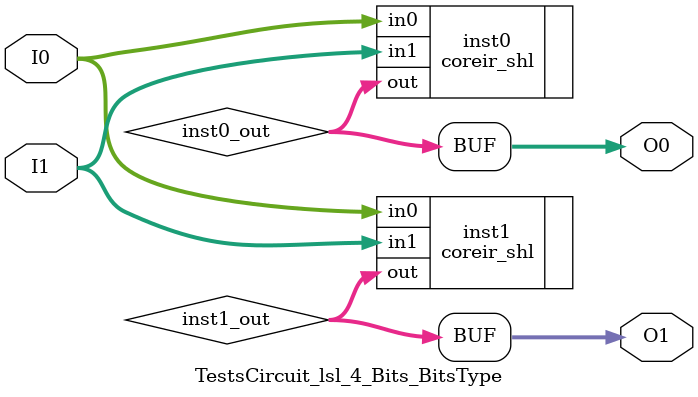
<source format=v>
module TestsCircuit_lsl_4_Bits_BitsType (input [3:0] I0, input [3:0] I1, output [3:0] O0, output [3:0] O1);
wire [3:0] inst0_out;
wire [3:0] inst1_out;
coreir_shl inst0 (.in0(I0), .in1(I1), .out(inst0_out));
coreir_shl inst1 (.in0(I0), .in1(I1), .out(inst1_out));
assign O0 = inst0_out;
assign O1 = inst1_out;
endmodule


</source>
